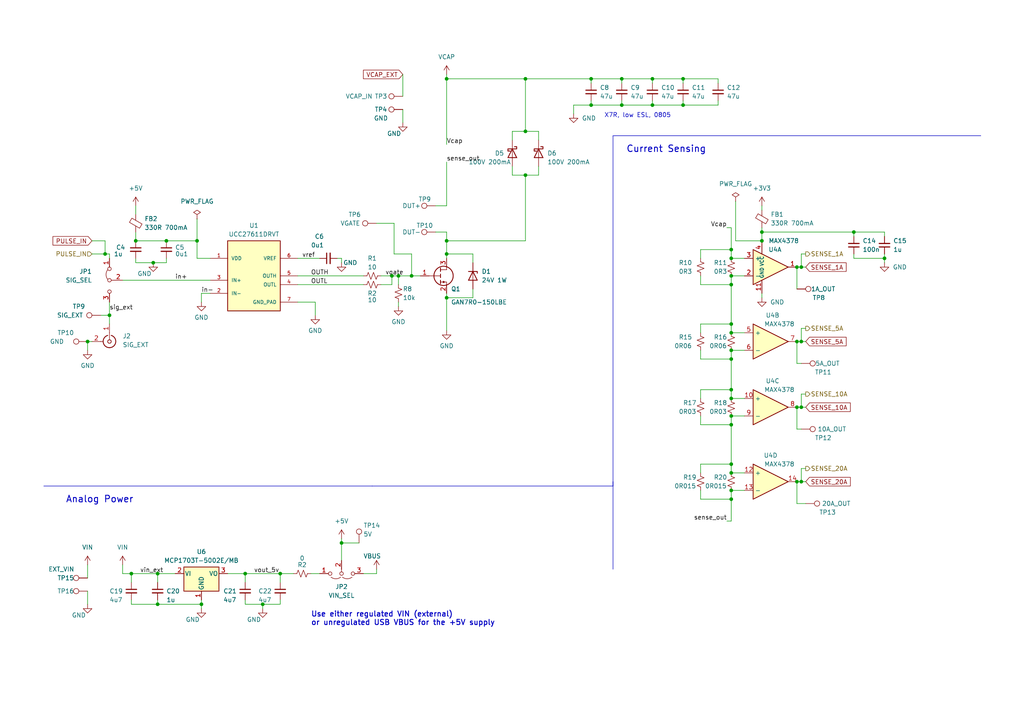
<source format=kicad_sch>
(kicad_sch (version 20230121) (generator eeschema)
  (paper "A4")
  (lib_symbols
    (symbol "Connector:Conn_Coaxial" (pin_names (offset 1.016) hide)
      (property "Reference" "J" (at 0.254 3.048 0))
      (property "Value" "Conn_Coaxial" (at 2.921 0 90))
      (symbol "Conn_Coaxial_0_1"
        (arc (start -1.778 -0.508) (mid 0.2311 -1.8066) (end 1.778 0) (stroke (width 0.254)))
        (polyline (pts (xy -2.54 0) (xy -0.508 0)))
        (polyline (pts (xy 0 -2.54) (xy 0 -1.778)))
        (circle (center 0 0) (radius 0.508) (stroke (width 0.2032)))
        (arc (start 1.778 0) (mid 0.2099 1.8101) (end -1.778 0.508) (stroke (width 0.254)))
      )
      (symbol "Conn_Coaxial_1_1"
        (pin passive line (at -5.08 0 0) (length 2.54) (name "In") (number "1"))
        (pin passive line (at 0 -5.08 90) (length 2.54) (name "Ext") (number "2"))
      )
    )
    (symbol "Connector:TestPoint" (pin_numbers hide) (pin_names (offset 0.762) hide)
      (property "Reference" "TP" (at 0 6.858 0))
      (property "Value" "TestPoint" (at 0 5.08 0))
      (symbol "TestPoint_0_1"
        (circle (center 0 3.302) (radius 0.762))
      )
      (symbol "TestPoint_1_1"
        (pin passive line (at 0 0 90) (length 2.54) (name "1") (number "1"))
      )
    )
    (symbol "DW_custom_symbols:GAN7R0-150LBE" (pin_names hide)
      (property "Reference" "Q" (at 5.08 1.905 0))
      (property "Value" "GAN7R0-150LBE" (at 5.08 0 0))
      (symbol "GAN7R0-150LBE_0_1"
        (polyline (pts (xy 0.635 0) (xy -2.54 0)))
        (polyline (pts (xy 0.762 -1.27) (xy 0.762 -2.286)) (stroke (width 0.254)))
        (polyline (pts (xy 0.762 0.508) (xy 0.762 -0.508)) (stroke (width 0.254)))
        (polyline (pts (xy 0.762 2.286) (xy 0.762 1.27)) (stroke (width 0.254)))
        (polyline (pts (xy 2.54 1.778) (xy 0.762 1.778)))
        (polyline (pts (xy 2.54 2.54) (xy 2.54 1.778)))
        (polyline (pts (xy 0.762 -1.778) (xy 2.54 -1.778) (xy 2.54 -5.08)))
        (circle (center 1.651 0) (radius 2.794) (stroke (width 0.254)))
      )
      (symbol "GAN7R0-150LBE_1_1"
        (polyline (pts (xy 1.524 -1.524) (xy 2.032 -1.778) (xy 1.524 -2.032) (xy 1.524 -1.524)) (fill (type outline)))
        (pin input line (at -5.08 0 0) (length 2.54) (name "G") (number "1"))
        (pin passive line (at 2.54 -5.08 90) (length 2.54) (name "S") (number "2"))
        (pin passive line (at 2.54 5.08 270) (length 2.54) (name "D") (number "3"))
      )
    )
    (symbol "DW_custom_symbols:MAX4378"
      (property "Reference" "U" (at -10.16 1.27 0))
      (symbol "MAX4378_0_1"
        (polyline (pts (xy 6.35 -1.27) (xy -3.81 3.81) (xy -3.81 -6.35) (xy 6.35 -1.27)) (stroke (width 0.254)) (fill (type background)))
      )
      (symbol "MAX4378_1_1"
        (pin output line (at 8.89 -1.27 180) (length 2.54) (name "~") (number "1"))
        (pin power_in line (at -1.27 -8.89 90) (length 3.81) (name "GND") (number "11"))
        (pin input line (at -6.35 -3.81 0) (length 2.54) (name "-") (number "2"))
        (pin input line (at -6.35 1.27 0) (length 2.54) (name "+") (number "3"))
        (pin power_in line (at -1.27 6.35 270) (length 3.81) (name "VCC") (number "4"))
      )
      (symbol "MAX4378_2_1"
        (pin input line (at -6.35 1.27 0) (length 2.54) (name "+") (number "5"))
        (pin input line (at -6.35 -3.81 0) (length 2.54) (name "-") (number "6"))
        (pin output line (at 8.89 -1.27 180) (length 2.54) (name "") (number "7"))
      )
      (symbol "MAX4378_3_1"
        (pin input line (at -6.35 1.27 0) (length 2.54) (name "+") (number "10"))
        (pin output line (at 8.89 -1.27 180) (length 2.54) (name "") (number "8"))
        (pin input line (at -6.35 -3.81 0) (length 2.54) (name "-") (number "9"))
      )
      (symbol "MAX4378_4_1"
        (pin input line (at -6.35 1.27 0) (length 2.54) (name "+") (number "12"))
        (pin input line (at -6.35 -3.81 0) (length 2.54) (name "-") (number "13"))
        (pin output line (at 8.89 -1.27 180) (length 2.54) (name "") (number "14"))
      )
    )
    (symbol "DW_custom_symbols:UCC27611DRVT" (pin_names (offset 1.016))
      (property "Reference" "U" (at -12.7 11.16 0))
      (property "Value" "UCC27611DRVT" (at -12.7 -14.16 0))
      (symbol "UCC27611DRVT_0_0"
        (rectangle (start -7.62 10.16) (end 7.62 -10.16) (stroke (width 0.254)) (fill (type background)))
        (pin power_in line (at -12.7 5.08 0) (length 5.08) (name "VDD") (number "1"))
        (pin input line (at -12.7 -5.08 0) (length 5.08) (name "IN-") (number "2"))
        (pin input line (at -12.7 -1.27 0) (length 5.08) (name "IN+") (number "3"))
        (pin output line (at 12.7 -2.54 180) (length 5.08) (name "OUTL") (number "4"))
        (pin output line (at 12.7 0 180) (length 5.08) (name "OUTH") (number "5"))
        (pin output line (at 12.7 5.08 180) (length 5.08) (name "VREF") (number "6"))
        (pin power_in line (at 12.7 -7.62 180) (length 5.08) (name "GND_PAD") (number "7"))
      )
    )
    (symbol "DW_custom_symbols:VIN" (power) (pin_names (offset 0))
      (property "Value" "VIN" (at 0 6.35 0))
      (symbol "VIN_0_1"
        (polyline (pts (xy -0.762 1.27) (xy 0 2.54)))
        (polyline (pts (xy 0 0) (xy 0 2.54)))
        (polyline (pts (xy 0 2.54) (xy 0.762 1.27)))
      )
      (symbol "VIN_1_1"
        (pin power_in line (at 0 0 90) (length 0) hide (name "VIN") (number "1"))
      )
    )
    (symbol "Device:C_Small" (pin_numbers hide) (pin_names (offset 0.254) hide)
      (property "Reference" "C" (at 0.254 1.778 0))
      (property "Value" "C_Small" (at 0.254 -2.032 0))
      (symbol "C_Small_0_1"
        (polyline (pts (xy -1.524 -0.508) (xy 1.524 -0.508)) (stroke (width 0.3302)))
        (polyline (pts (xy -1.524 0.508) (xy 1.524 0.508)) (stroke (width 0.3048)))
      )
      (symbol "C_Small_1_1"
        (pin passive line (at 0 2.54 270) (length 2.032) (name "~") (number "1"))
        (pin passive line (at 0 -2.54 90) (length 2.032) (name "~") (number "2"))
      )
    )
    (symbol "Device:D_Schottky" (pin_numbers hide) (pin_names (offset 1.016) hide)
      (property "Reference" "D" (at 0 2.54 0))
      (property "Value" "D_Schottky" (at 0 -2.54 0))
      (symbol "D_Schottky_0_1"
        (polyline (pts (xy 1.27 0) (xy -1.27 0)))
        (polyline (pts (xy 1.27 1.27) (xy 1.27 -1.27) (xy -1.27 0) (xy 1.27 1.27)) (stroke (width 0.254)))
        (polyline (pts (xy -1.905 0.635) (xy -1.905 1.27) (xy -1.27 1.27) (xy -1.27 -1.27) (xy -0.635 -1.27) (xy -0.635 -0.635)) (stroke (width 0.254)))
      )
      (symbol "D_Schottky_1_1"
        (pin passive line (at -3.81 0 0) (length 2.54) (name "K") (number "1"))
        (pin passive line (at 3.81 0 180) (length 2.54) (name "A") (number "2"))
      )
    )
    (symbol "Device:D_Zener" (pin_numbers hide) (pin_names (offset 1.016) hide)
      (property "Reference" "D" (at 0 2.54 0))
      (property "Value" "D_Zener" (at 0 -2.54 0))
      (symbol "D_Zener_0_1"
        (polyline (pts (xy 1.27 0) (xy -1.27 0)))
        (polyline (pts (xy -1.27 -1.27) (xy -1.27 1.27) (xy -0.762 1.27)) (stroke (width 0.254)))
        (polyline (pts (xy 1.27 -1.27) (xy 1.27 1.27) (xy -1.27 0) (xy 1.27 -1.27)) (stroke (width 0.254)))
      )
      (symbol "D_Zener_1_1"
        (pin passive line (at -3.81 0 0) (length 2.54) (name "K") (number "1"))
        (pin passive line (at 3.81 0 180) (length 2.54) (name "A") (number "2"))
      )
    )
    (symbol "Device:FerriteBead_Small" (pin_numbers hide) (pin_names (offset 0))
      (property "Reference" "FB" (at 1.905 1.27 0))
      (property "Value" "FerriteBead_Small" (at 1.905 -1.27 0))
      (symbol "FerriteBead_Small_0_1"
        (polyline (pts (xy 0 -1.27) (xy 0 -0.7874)))
        (polyline (pts (xy 0 0.889) (xy 0 1.2954)))
        (polyline (pts (xy -1.8288 0.2794) (xy -1.1176 1.4986) (xy 1.8288 -0.2032) (xy 1.1176 -1.4224) (xy -1.8288 0.2794)))
      )
      (symbol "FerriteBead_Small_1_1"
        (pin passive line (at 0 2.54 270) (length 1.27) (name "~") (number "1"))
        (pin passive line (at 0 -2.54 90) (length 1.27) (name "~") (number "2"))
      )
    )
    (symbol "Device:R_Small_US" (pin_numbers hide) (pin_names (offset 0.254) hide)
      (property "Reference" "R" (at 0.762 0.508 0))
      (property "Value" "R_Small_US" (at 0.762 -1.016 0))
      (symbol "R_Small_US_1_1"
        (polyline (pts (xy 0 0) (xy 1.016 -0.381) (xy 0 -0.762) (xy -1.016 -1.143) (xy 0 -1.524)))
        (polyline (pts (xy 0 1.524) (xy 1.016 1.143) (xy 0 0.762) (xy -1.016 0.381) (xy 0 0)))
        (pin passive line (at 0 2.54 270) (length 1.016) (name "~") (number "1"))
        (pin passive line (at 0 -2.54 90) (length 1.016) (name "~") (number "2"))
      )
    )
    (symbol "Jumper:Jumper_3_Bridged12" (pin_names (offset 0) hide)
      (property "Reference" "JP" (at -2.54 -2.54 0))
      (property "Value" "Jumper_3_Bridged12" (at 0 2.794 0))
      (symbol "Jumper_3_Bridged12_0_0"
        (circle (center -3.302 0) (radius 0.508))
        (circle (center 0 0) (radius 0.508))
        (circle (center 3.302 0) (radius 0.508))
      )
      (symbol "Jumper_3_Bridged12_0_1"
        (arc (start -0.254 0.508) (mid -1.651 0.9912) (end -3.048 0.508))
        (polyline (pts (xy 0 -1.27) (xy 0 -0.508)))
      )
      (symbol "Jumper_3_Bridged12_1_1"
        (pin passive line (at -6.35 0 0) (length 2.54) (name "A") (number "1"))
        (pin passive line (at 0 -3.81 90) (length 2.54) (name "C") (number "2"))
        (pin passive line (at 6.35 0 180) (length 2.54) (name "B") (number "3"))
      )
    )
    (symbol "Jumper:Jumper_3_Open" (pin_names (offset 0) hide)
      (property "Reference" "JP" (at -2.54 -2.54 0))
      (property "Value" "Jumper_3_Open" (at 0 2.794 0))
      (symbol "Jumper_3_Open_0_0"
        (circle (center -3.302 0) (radius 0.508))
        (circle (center 0 0) (radius 0.508))
        (circle (center 3.302 0) (radius 0.508))
      )
      (symbol "Jumper_3_Open_0_1"
        (arc (start -0.254 1.016) (mid -1.651 1.4992) (end -3.048 1.016))
        (polyline (pts (xy 0 -0.508) (xy 0 -1.27)))
        (arc (start 3.048 1.016) (mid 1.651 1.4992) (end 0.254 1.016))
      )
      (symbol "Jumper_3_Open_1_1"
        (pin passive line (at -6.35 0 0) (length 2.54) (name "A") (number "1"))
        (pin passive line (at 0 -3.81 90) (length 2.54) (name "C") (number "2"))
        (pin passive line (at 6.35 0 180) (length 2.54) (name "B") (number "3"))
      )
    )
    (symbol "Regulator_Linear:MCP1703Ax-500xxMB" (pin_names (offset 0.254))
      (property "Reference" "U" (at -3.81 3.175 0))
      (property "Value" "MCP1703Ax-500xxMB" (at 0 3.175 0))
      (symbol "MCP1703Ax-500xxMB_0_1"
        (rectangle (start -5.08 -5.08) (end 5.08 1.905) (stroke (width 0.254)) (fill (type background)))
      )
      (symbol "MCP1703Ax-500xxMB_1_1"
        (pin power_in line (at 0 -7.62 90) (length 2.54) (name "GND") (number "1"))
        (pin power_in line (at -7.62 0 0) (length 2.54) (name "VI") (number "2"))
        (pin power_out line (at 7.62 0 180) (length 2.54) (name "VO") (number "3"))
      )
    )
    (symbol "VBUS_1" (power) (pin_names (offset 0))
      (property "Value" "VBUS_1" (at 0 5.08 0))
      (symbol "VBUS_1_0_1"
        (polyline (pts (xy -0.762 1.27) (xy 0 2.54)))
        (polyline (pts (xy 0 0) (xy 0 2.54)))
        (polyline (pts (xy 0 2.54) (xy 0.762 1.27)))
      )
      (symbol "VBUS_1_1_1"
        (pin power_in line (at 0 0 90) (length 0) hide (name "VCAP") (number "1"))
      )
    )
    (symbol "power:+3V3" (power) (pin_names (offset 0))
      (property "Value" "+3V3" (at 0 3.556 0))
      (symbol "+3V3_0_1"
        (polyline (pts (xy -0.762 1.27) (xy 0 2.54)))
        (polyline (pts (xy 0 0) (xy 0 2.54)))
        (polyline (pts (xy 0 2.54) (xy 0.762 1.27)))
      )
      (symbol "+3V3_1_1"
        (pin power_in line (at 0 0 90) (length 0) hide (name "+3V3") (number "1"))
      )
    )
    (symbol "power:+5V" (power) (pin_names (offset 0))
      (property "Value" "+5V" (at 0 3.556 0))
      (symbol "+5V_0_1"
        (polyline (pts (xy -0.762 1.27) (xy 0 2.54)))
        (polyline (pts (xy 0 0) (xy 0 2.54)))
        (polyline (pts (xy 0 2.54) (xy 0.762 1.27)))
      )
      (symbol "+5V_1_1"
        (pin power_in line (at 0 0 90) (length 0) hide (name "+5V") (number "1"))
      )
    )
    (symbol "power:GND" (power) (pin_names (offset 0))
      (property "Value" "GND" (at 0 -3.81 0))
      (symbol "GND_0_1"
        (polyline (pts (xy 0 0) (xy 0 -1.27) (xy 1.27 -1.27) (xy 0 -2.54) (xy -1.27 -1.27) (xy 0 -1.27)))
      )
      (symbol "GND_1_1"
        (pin power_in line (at 0 0 270) (length 0) hide (name "GND") (number "1"))
      )
    )
    (symbol "power:PWR_FLAG" (power) (pin_numbers hide) (pin_names (offset 0) hide)
      (property "Value" "PWR_FLAG" (at 0 3.81 0))
      (symbol "PWR_FLAG_0_0"
        (pin power_out line (at 0 0 90) (length 0) (name "pwr") (number "1"))
      )
      (symbol "PWR_FLAG_0_1"
        (polyline (pts (xy 0 0) (xy 0 1.27) (xy -1.016 1.905) (xy 0 2.54) (xy 1.016 1.905) (xy 0 1.27)))
      )
    )
    (symbol "power:VBUS" (power) (pin_names (offset 0))
      (property "Value" "VBUS" (at 0 3.81 0))
      (symbol "VBUS_0_1"
        (polyline (pts (xy -0.762 1.27) (xy 0 2.54)))
        (polyline (pts (xy 0 0) (xy 0 2.54)))
        (polyline (pts (xy 0 2.54) (xy 0.762 1.27)))
      )
      (symbol "VBUS_1_1"
        (pin power_in line (at 0 0 90) (length 0) hide (name "VBUS") (number "1"))
      )
    )
  )
  (junction (at 256.54 74.93))
  (junction (at 81.28 166.37))
  (junction (at 45.72 166.37))
  (junction (at 180.34 30.48))
  (junction (at 129.54 69.85))
  (junction (at 231.14 99.06))
  (junction (at 152.4 22.86))
  (junction (at 38.1 166.37))
  (junction (at 212.09 144.78))
  (junction (at 212.09 104.14))
  (junction (at 212.09 80.01))
  (junction (at 99.06 157.48))
  (junction (at 129.54 22.86))
  (junction (at 39.37 69.85))
  (junction (at 25.4 99.06))
  (junction (at 232.41 139.7))
  (junction (at 212.09 96.52))
  (junction (at 212.09 113.03))
  (junction (at 57.15 69.85))
  (junction (at 129.54 73.66))
  (junction (at 212.09 142.24))
  (junction (at 180.34 22.86))
  (junction (at 212.09 101.6))
  (junction (at 30.48 73.66))
  (junction (at 212.09 134.62))
  (junction (at 247.65 67.31))
  (junction (at 129.54 86.36))
  (junction (at 198.12 30.48))
  (junction (at 212.09 93.98))
  (junction (at 152.4 50.8))
  (junction (at 113.665 80.01))
  (junction (at 189.23 22.86))
  (junction (at 115.57 80.01))
  (junction (at 189.23 30.48))
  (junction (at 48.26 69.85))
  (junction (at 212.09 72.39))
  (junction (at 212.09 120.65))
  (junction (at 212.09 137.16))
  (junction (at 212.09 123.19))
  (junction (at 119.38 80.01))
  (junction (at 220.98 69.85))
  (junction (at 231.14 118.11))
  (junction (at 232.41 77.47))
  (junction (at 58.42 175.26))
  (junction (at 71.12 166.37))
  (junction (at 198.12 22.86))
  (junction (at 152.4 38.1))
  (junction (at 232.41 118.11))
  (junction (at 45.72 175.26))
  (junction (at 171.45 30.48))
  (junction (at 212.09 74.93))
  (junction (at 232.41 99.06))
  (junction (at 44.45 76.2))
  (junction (at 171.45 22.86))
  (junction (at 212.09 115.57))
  (junction (at 231.14 77.47))
  (junction (at 212.09 82.55))
  (junction (at 31.75 91.44))
  (junction (at 231.14 139.7))
  (junction (at 76.2 175.26))
  (junction (at 220.98 67.31))
  (wire (pts (xy 152.4 69.85) (xy 129.54 69.85)))
  (wire (pts (xy 212.09 66.04) (xy 212.09 72.39)))
  (wire (pts (xy 233.68 99.06) (xy 232.41 99.06)))
  (wire (pts (xy 189.23 30.48) (xy 180.34 30.48)))
  (wire (pts (xy 212.09 120.65) (xy 212.09 123.19)))
  (wire (pts (xy 152.4 22.86) (xy 171.45 22.86)))
  (wire (pts (xy 110.49 82.55) (xy 113.665 82.55)))
  (wire (pts (xy 39.37 59.69) (xy 39.37 62.23)))
  (wire (pts (xy 148.59 50.8) (xy 152.4 50.8)))
  (wire (pts (xy 166.37 30.48) (xy 166.37 33.02)))
  (wire (pts (xy 180.34 22.86) (xy 180.34 24.13)))
  (wire (pts (xy 220.98 85.09) (xy 220.98 86.36)))
  (wire (pts (xy 148.59 38.1) (xy 152.4 38.1)))
  (wire (pts (xy 109.22 64.77) (xy 114.3 64.77)))
  (polyline (pts (xy 284.48 39.37) (xy 177.8 39.37)))
  (wire (pts (xy 203.2 123.19) (xy 212.09 123.19)))
  (wire (pts (xy 231.14 77.47) (xy 231.14 83.82)))
  (wire (pts (xy 220.98 67.31) (xy 220.98 69.85)))
  (wire (pts (xy 38.1 166.37) (xy 38.1 168.91)))
  (wire (pts (xy 114.3 64.77) (xy 114.3 73.66)))
  (wire (pts (xy 148.59 48.26) (xy 148.59 50.8)))
  (wire (pts (xy 180.34 29.21) (xy 180.34 30.48)))
  (wire (pts (xy 115.57 88.9) (xy 115.57 87.63)))
  (wire (pts (xy 212.09 123.19) (xy 212.09 134.62)))
  (wire (pts (xy 76.2 175.26) (xy 81.28 175.26)))
  (wire (pts (xy 26.67 73.66) (xy 30.48 73.66)))
  (wire (pts (xy 203.2 72.39) (xy 212.09 72.39)))
  (wire (pts (xy 232.41 135.89) (xy 232.41 139.7)))
  (wire (pts (xy 203.2 113.03) (xy 212.09 113.03)))
  (wire (pts (xy 58.42 173.99) (xy 58.42 175.26)))
  (wire (pts (xy 232.41 99.06) (xy 231.14 99.06)))
  (wire (pts (xy 99.06 156.21) (xy 99.06 157.48)))
  (wire (pts (xy 198.12 29.21) (xy 198.12 30.48)))
  (wire (pts (xy 44.45 76.2) (xy 48.26 76.2)))
  (wire (pts (xy 232.41 95.25) (xy 232.41 99.06)))
  (wire (pts (xy 171.45 22.86) (xy 171.45 24.13)))
  (wire (pts (xy 203.2 115.57) (xy 203.2 113.03)))
  (wire (pts (xy 171.45 30.48) (xy 166.37 30.48)))
  (wire (pts (xy 212.09 104.14) (xy 212.09 113.03)))
  (wire (pts (xy 212.09 93.98) (xy 212.09 96.52)))
  (wire (pts (xy 203.2 101.6) (xy 203.2 104.14)))
  (wire (pts (xy 152.4 50.8) (xy 152.4 69.85)))
  (wire (pts (xy 212.09 82.55) (xy 212.09 93.98)))
  (wire (pts (xy 129.54 46.99) (xy 129.54 59.69)))
  (wire (pts (xy 212.09 72.39) (xy 212.09 74.93)))
  (wire (pts (xy 119.38 73.66) (xy 119.38 80.01)))
  (wire (pts (xy 189.23 22.86) (xy 198.12 22.86)))
  (wire (pts (xy 210.82 66.04) (xy 212.09 66.04)))
  (wire (pts (xy 212.09 137.16) (xy 215.9 137.16)))
  (wire (pts (xy 81.28 173.99) (xy 81.28 175.26)))
  (wire (pts (xy 81.28 166.37) (xy 81.28 168.91)))
  (wire (pts (xy 137.16 83.82) (xy 137.16 86.36)))
  (wire (pts (xy 212.09 80.01) (xy 212.09 82.55)))
  (wire (pts (xy 208.28 22.86) (xy 198.12 22.86)))
  (wire (pts (xy 233.68 118.11) (xy 232.41 118.11)))
  (wire (pts (xy 232.41 73.66) (xy 232.41 77.47)))
  (wire (pts (xy 156.21 38.1) (xy 156.21 40.64)))
  (wire (pts (xy 129.54 73.66) (xy 137.16 73.66)))
  (wire (pts (xy 66.04 166.37) (xy 71.12 166.37)))
  (wire (pts (xy 232.41 77.47) (xy 231.14 77.47)))
  (wire (pts (xy 35.56 166.37) (xy 38.1 166.37)))
  (wire (pts (xy 203.2 120.65) (xy 203.2 123.19)))
  (wire (pts (xy 113.665 82.55) (xy 113.665 80.01)))
  (wire (pts (xy 25.4 99.06) (xy 26.67 99.06)))
  (wire (pts (xy 232.41 105.41) (xy 231.14 105.41)))
  (wire (pts (xy 115.57 80.01) (xy 115.57 82.55)))
  (wire (pts (xy 189.23 29.21) (xy 189.23 30.48)))
  (wire (pts (xy 57.15 74.93) (xy 57.15 69.85)))
  (wire (pts (xy 30.48 73.66) (xy 31.75 73.66)))
  (wire (pts (xy 39.37 76.2) (xy 44.45 76.2)))
  (wire (pts (xy 25.4 101.6) (xy 25.4 99.06)))
  (wire (pts (xy 233.68 73.66) (xy 232.41 73.66)))
  (wire (pts (xy 198.12 22.86) (xy 198.12 24.13)))
  (wire (pts (xy 233.68 95.25) (xy 232.41 95.25)))
  (wire (pts (xy 126.365 67.31) (xy 129.54 67.31)))
  (wire (pts (xy 58.42 87.63) (xy 58.42 85.09)))
  (polyline (pts (xy 177.8 140.97) (xy 177.8 139.7)))
  (wire (pts (xy 152.4 22.86) (xy 152.4 38.1)))
  (wire (pts (xy 71.12 175.26) (xy 76.2 175.26)))
  (wire (pts (xy 25.4 171.45) (xy 25.4 175.26)))
  (wire (pts (xy 233.68 139.7) (xy 232.41 139.7)))
  (wire (pts (xy 114.3 73.66) (xy 119.38 73.66)))
  (wire (pts (xy 71.12 173.99) (xy 71.12 175.26)))
  (wire (pts (xy 109.22 165.1) (xy 109.22 166.37)))
  (wire (pts (xy 25.4 163.83) (xy 25.4 167.64)))
  (wire (pts (xy 90.17 166.37) (xy 92.71 166.37)))
  (wire (pts (xy 212.09 80.01) (xy 215.9 80.01)))
  (wire (pts (xy 203.2 144.78) (xy 212.09 144.78)))
  (wire (pts (xy 58.42 85.09) (xy 60.96 85.09)))
  (wire (pts (xy 129.54 22.86) (xy 129.54 41.91)))
  (wire (pts (xy 232.41 124.46) (xy 231.14 124.46)))
  (wire (pts (xy 26.67 69.85) (xy 30.48 69.85)))
  (wire (pts (xy 91.44 87.63) (xy 91.44 91.44)))
  (wire (pts (xy 212.09 134.62) (xy 212.09 137.16)))
  (wire (pts (xy 45.72 166.37) (xy 45.72 168.91)))
  (wire (pts (xy 208.28 29.21) (xy 208.28 30.48)))
  (wire (pts (xy 212.09 151.13) (xy 212.09 144.78)))
  (wire (pts (xy 104.14 157.48) (xy 99.06 157.48)))
  (wire (pts (xy 212.09 74.93) (xy 215.9 74.93)))
  (wire (pts (xy 203.2 74.93) (xy 203.2 72.39)))
  (wire (pts (xy 213.36 58.42) (xy 213.36 69.85)))
  (wire (pts (xy 57.15 63.5) (xy 57.15 69.85)))
  (wire (pts (xy 231.14 105.41) (xy 231.14 99.06)))
  (wire (pts (xy 109.22 166.37) (xy 105.41 166.37)))
  (wire (pts (xy 220.98 66.04) (xy 220.98 67.31)))
  (wire (pts (xy 203.2 93.98) (xy 212.09 93.98)))
  (wire (pts (xy 256.54 74.93) (xy 256.54 76.2)))
  (wire (pts (xy 48.26 69.85) (xy 57.15 69.85)))
  (wire (pts (xy 171.45 29.21) (xy 171.45 30.48)))
  (wire (pts (xy 71.12 166.37) (xy 71.12 168.91)))
  (wire (pts (xy 203.2 82.55) (xy 212.09 82.55)))
  (wire (pts (xy 38.1 166.37) (xy 45.72 166.37)))
  (wire (pts (xy 113.665 80.01) (xy 115.57 80.01)))
  (wire (pts (xy 212.09 96.52) (xy 215.9 96.52)))
  (wire (pts (xy 212.09 120.65) (xy 215.9 120.65)))
  (wire (pts (xy 220.98 59.69) (xy 220.98 60.96)))
  (wire (pts (xy 29.21 91.44) (xy 31.75 91.44)))
  (wire (pts (xy 233.68 146.05) (xy 231.14 146.05)))
  (wire (pts (xy 231.14 139.7) (xy 231.14 146.05)))
  (wire (pts (xy 71.12 166.37) (xy 81.28 166.37)))
  (wire (pts (xy 180.34 22.86) (xy 189.23 22.86)))
  (wire (pts (xy 31.75 91.44) (xy 31.75 93.98)))
  (wire (pts (xy 129.54 86.36) (xy 137.16 86.36)))
  (wire (pts (xy 212.09 101.6) (xy 215.9 101.6)))
  (wire (pts (xy 129.54 69.85) (xy 129.54 73.66)))
  (wire (pts (xy 233.68 77.47) (xy 232.41 77.47)))
  (wire (pts (xy 137.16 73.66) (xy 137.16 76.2)))
  (wire (pts (xy 247.65 73.66) (xy 247.65 74.93)))
  (wire (pts (xy 212.09 115.57) (xy 215.9 115.57)))
  (wire (pts (xy 212.09 113.03) (xy 212.09 115.57)))
  (wire (pts (xy 31.75 91.44) (xy 31.75 87.63)))
  (wire (pts (xy 39.37 67.31) (xy 39.37 69.85)))
  (wire (pts (xy 45.72 173.99) (xy 45.72 175.26)))
  (wire (pts (xy 232.41 118.11) (xy 231.14 118.11)))
  (wire (pts (xy 31.75 73.66) (xy 31.75 74.93)))
  (wire (pts (xy 129.54 73.66) (xy 129.54 74.93)))
  (wire (pts (xy 180.34 30.48) (xy 171.45 30.48)))
  (wire (pts (xy 30.48 69.85) (xy 30.48 73.66)))
  (wire (pts (xy 247.65 67.31) (xy 247.65 68.58)))
  (wire (pts (xy 210.82 151.13) (xy 212.09 151.13)))
  (wire (pts (xy 119.38 80.01) (xy 121.92 80.01)))
  (polyline (pts (xy 12.7 140.97) (xy 107.95 140.97)))
  (wire (pts (xy 129.54 86.36) (xy 129.54 95.885)))
  (wire (pts (xy 203.2 96.52) (xy 203.2 93.98)))
  (wire (pts (xy 256.54 73.66) (xy 256.54 74.93)))
  (wire (pts (xy 129.54 85.09) (xy 129.54 86.36)))
  (wire (pts (xy 35.56 81.28) (xy 60.96 81.28)))
  (wire (pts (xy 152.4 38.1) (xy 156.21 38.1)))
  (wire (pts (xy 189.23 22.86) (xy 189.23 24.13)))
  (wire (pts (xy 48.26 76.2) (xy 48.26 74.93)))
  (wire (pts (xy 76.2 175.26) (xy 76.2 176.53)))
  (wire (pts (xy 233.68 114.3) (xy 232.41 114.3)))
  (wire (pts (xy 45.72 166.37) (xy 50.8 166.37)))
  (wire (pts (xy 116.84 31.75) (xy 116.84 35.56)))
  (wire (pts (xy 126.365 59.69) (xy 129.54 59.69)))
  (wire (pts (xy 86.36 82.55) (xy 105.41 82.55)))
  (wire (pts (xy 129.54 67.31) (xy 129.54 69.85)))
  (wire (pts (xy 39.37 69.85) (xy 48.26 69.85)))
  (wire (pts (xy 256.54 68.58) (xy 256.54 67.31)))
  (polyline (pts (xy 177.8 39.37) (xy 177.8 165.1)))
  (wire (pts (xy 232.41 114.3) (xy 232.41 118.11)))
  (wire (pts (xy 156.21 48.26) (xy 156.21 50.8)))
  (wire (pts (xy 115.57 80.01) (xy 119.38 80.01)))
  (wire (pts (xy 203.2 104.14) (xy 212.09 104.14)))
  (wire (pts (xy 99.06 157.48) (xy 99.06 162.56)))
  (wire (pts (xy 203.2 142.24) (xy 203.2 144.78)))
  (wire (pts (xy 39.37 74.93) (xy 39.37 76.2)))
  (wire (pts (xy 256.54 67.31) (xy 247.65 67.31)))
  (wire (pts (xy 208.28 24.13) (xy 208.28 22.86)))
  (wire (pts (xy 203.2 134.62) (xy 212.09 134.62)))
  (wire (pts (xy 99.06 74.93) (xy 99.06 76.2)))
  (wire (pts (xy 152.4 50.8) (xy 156.21 50.8)))
  (wire (pts (xy 35.56 163.83) (xy 35.56 166.37)))
  (wire (pts (xy 171.45 22.86) (xy 180.34 22.86)))
  (wire (pts (xy 58.42 175.26) (xy 58.42 176.53)))
  (wire (pts (xy 247.65 74.93) (xy 256.54 74.93)))
  (wire (pts (xy 86.36 87.63) (xy 91.44 87.63)))
  (wire (pts (xy 81.28 166.37) (xy 85.09 166.37)))
  (wire (pts (xy 212.09 142.24) (xy 215.9 142.24)))
  (wire (pts (xy 86.36 74.93) (xy 92.71 74.93)))
  (wire (pts (xy 129.54 21.59) (xy 129.54 22.86)))
  (wire (pts (xy 86.36 80.01) (xy 105.41 80.01)))
  (wire (pts (xy 38.1 175.26) (xy 45.72 175.26)))
  (wire (pts (xy 116.84 21.59) (xy 116.84 27.94)))
  (wire (pts (xy 60.96 74.93) (xy 57.15 74.93)))
  (wire (pts (xy 231.14 124.46) (xy 231.14 118.11)))
  (wire (pts (xy 213.36 69.85) (xy 220.98 69.85)))
  (wire (pts (xy 220.98 67.31) (xy 247.65 67.31)))
  (wire (pts (xy 233.68 135.89) (xy 232.41 135.89)))
  (wire (pts (xy 212.09 101.6) (xy 212.09 104.14)))
  (wire (pts (xy 198.12 30.48) (xy 189.23 30.48)))
  (wire (pts (xy 208.28 30.48) (xy 198.12 30.48)))
  (wire (pts (xy 97.79 74.93) (xy 99.06 74.93)))
  (wire (pts (xy 203.2 137.16) (xy 203.2 134.62)))
  (wire (pts (xy 148.59 40.64) (xy 148.59 38.1)))
  (wire (pts (xy 212.09 144.78) (xy 212.09 142.24)))
  (wire (pts (xy 45.72 175.26) (xy 58.42 175.26)))
  (wire (pts (xy 38.1 173.99) (xy 38.1 175.26)))
  (wire (pts (xy 129.54 22.86) (xy 152.4 22.86)))
  (wire (pts (xy 110.49 80.01) (xy 113.665 80.01)))
  (polyline (pts (xy 107.95 140.97) (xy 177.8 140.97)))
  (wire (pts (xy 232.41 139.7) (xy 231.14 139.7)))
  (wire (pts (xy 203.2 80.01) (xy 203.2 82.55)))
  (text "Use either regulated VIN (external) \nor unregulated USB VBUS for the +5V supply" (at 90.17 181.61 0) (effects (font (size 1.524 1.524) (thickness 0.254) bold) (justify left bottom)))
  (text "Current Sensing" (at 181.61 44.45 0) (effects (font (size 1.905 1.905) (thickness 0.254) bold) (justify left bottom)))
  (text "X7R, low ESL, 0805" (at 175.26 34.29 0) (effects (font (size 1.27 1.27)) (justify left bottom)))
  (text "Analog Power" (at 19.05 146.05 0) (effects (font (size 1.905 1.905) (thickness 0.254) bold) (justify left bottom)))
  (label "vout_5v" (at 73.66 166.37 0))
  (label "OUTH" (at 90.17 80.01 0))
  (label "in+" (at 50.8 81.28 0))
  (label "vgate" (at 111.76 80.01 0))
  (label "OUTL" (at 90.17 82.55 0))
  (label "vref" (at 87.63 74.93 0))
  (label "Vcap" (at 210.82 66.04 180))
  (label "sig_ext" (at 31.75 90.17 0))
  (label "vin_ext" (at 40.64 166.37 0))
  (label "Vcap" (at 129.54 41.91 0))
  (label "sense_out" (at 210.82 151.13 180))
  (label "in-" (at 58.42 85.09 0))
  (label "sense_out" (at 129.54 46.99 0))
  (global_label "SENSE_20A" (shape input) (at 233.68 139.7 0) (property "Intersheetrefs" "${INTERSHEET_REFS}" (effects hide)))
  (global_label "PULSE_IN" (shape input) (at 26.67 69.85 180) (property "Intersheetrefs" "${INTERSHEET_REFS}" (effects hide)))
  (global_label "VCAP_EXT" (shape input) (at 116.84 21.59 180) (property "Intersheetrefs" "${INTERSHEET_REFS}" (effects hide)))
  (global_label "SENSE_1A" (shape input) (at 233.68 77.47 0) (property "Intersheetrefs" "${INTERSHEET_REFS}" (effects hide)))
  (global_label "SENSE_10A" (shape input) (at 233.68 118.11 0) (property "Intersheetrefs" "${INTERSHEET_REFS}" (effects hide)))
  (global_label "SENSE_5A" (shape input) (at 233.68 99.06 0) (property "Intersheetrefs" "${INTERSHEET_REFS}" (effects hide)))
  (hierarchical_label "SENSE_10A" (shape output) (at 233.68 114.3 0))
  (hierarchical_label "SENSE_1A" (shape output) (at 233.68 73.66 0))
  (hierarchical_label "PULSE_IN" (shape input) (at 26.67 73.66 180))
  (hierarchical_label "SENSE_20A" (shape output) (at 233.68 135.89 0))
  (hierarchical_label "SENSE_5A" (shape output) (at 233.68 95.25 0))
  (symbol (lib_id "Connector:TestPoint") (at 126.365 67.31 90) (unit 1)
    (property "Reference" "TP10" (at 123.19 65.405 90))
    (property "Value" "DUT-" (at 119.38 67.31 90))
    (property "Footprint" "DW_Library:Keystone-1502-2" (effects hide))
    (instances (project "kicad_pulse_supply-rev-C" (path "" (reference "TP10") (unit 1)) (path "" (reference "TP13") (unit 1)) (path "" (reference "TP7") (unit 1))))
  )
  (symbol (lib_id "Jumper:Jumper_3_Bridged12") (at 31.75 81.28 90) (mirror x) (unit 1)
    (property "Reference" "JP1" (at 26.67 78.74 90) (effects (justify left)))
    (property "Value" "SIG_SEL" (at 26.67 81.28 90) (effects (justify left)))
    (property "Footprint" "Connector_PinHeader_2.54mm:PinHeader_1x03_P2.54mm_Vertical" (effects hide))
  )
  (symbol (lib_id "Device:C_Small") (at 208.28 26.67 0) (unit 1)
    (property "Reference" "C12" (at 210.82 25.4063 0) (effects (justify left)))
    (property "Value" "47u" (at 210.82 27.9463 0) (effects (justify left)))
    (property "Footprint" "Capacitor_SMD:C_2220_5650Metric" (effects hide))
    (property "Part No." "C5750X7R1V476M230KC" (effects hide))
  )
  (symbol (lib_id "Device:R_Small_US") (at 107.95 82.55 90) (unit 1)
    (property "Reference" "R2" (at 107.95 85.09 90))
    (property "Value" "10" (at 107.95 86.995 90))
    (property "Footprint" "Resistor_SMD:R_0805_2012Metric_Pad1.20x1.40mm_HandSolder" (effects hide))
    (instances (project "kicad_pulse_supply-rev-C" (path "" (reference "R2") (unit 1)) (path "" (reference "R2") (unit 1)) (path "" (reference "R13") (unit 1))))
  )
  (symbol (lib_id "power:+5V") (at 99.06 156.21 0) (unit 1)
    (property "Reference" "#PWR037" (effects hide))
    (property "Value" "+5V" (at 99.06 151.13 0))
  )
  (symbol (lib_id "Device:C_Small") (at 81.28 171.45 0) (unit 1)
    (property "Reference" "C22" (at 74.93 171.45 0) (effects (justify left)))
    (property "Value" "4u7" (at 74.93 173.99 0) (effects (justify left)))
    (property "Footprint" "Capacitor_SMD:C_0805_2012Metric_Pad1.18x1.45mm_HandSolder" (effects hide))
  )
  (symbol (lib_id "Connector:TestPoint") (at 231.14 83.82 270) (unit 1)
    (property "Reference" "TP8" (at 237.49 86.36 90))
    (property "Value" "1A_OUT" (at 238.76 83.82 90))
    (property "Footprint" "DW_Library:Keystone-1502-2" (effects hide))
  )
  (symbol (lib_id "power:GND") (at 44.45 76.2 0) (unit 1)
    (property "Reference" "#PWR013" (effects hide))
    (property "Value" "GND" (at 41.91 79.375 0))
    (instances (project "kicad_pulse_supply-rev-C" (path "" (reference "#PWR013") (unit 1)) (path "" (reference "#PWR05") (unit 1)) (path "" (reference "#PWR028") (unit 1))))
  )
  (symbol (lib_id "DW_custom_symbols:VIN") (at 25.4 163.83 0) (unit 1)
    (property "Reference" "#PWR038" (effects hide))
    (property "Value" "VIN" (at 25.4 158.75 0))
  )
  (symbol (lib_id "DW_custom_symbols:MAX4378") (at 222.25 76.2 0) (unit 1)
    (property "Reference" "U4" (at 224.79 72.39 0))
    (property "Value" "MAX4378" (at 227.33 69.85 0))
    (property "Footprint" "Package_SO:TSSOP-14_4.4x5mm_P0.65mm" (effects hide))
  )
  (symbol (lib_id "Device:R_Small_US") (at 203.2 99.06 0) (unit 1)
    (property "Reference" "R15" (at 196.85 97.79 0) (effects (justify left)))
    (property "Value" "0R06" (at 195.58 100.33 0) (effects (justify left)))
    (property "Footprint" "Resistor_SMD:R_2010_5025Metric_Pad1.40x2.65mm_HandSolder" (effects hide))
  )
  (symbol (lib_id "Device:C_Small") (at 95.25 74.93 90) (unit 1)
    (property "Reference" "C6" (at 93.98 68.58 90) (effects (justify left)))
    (property "Value" "0u1" (at 93.98 71.12 90) (effects (justify left)))
    (property "Footprint" "Capacitor_SMD:C_0603_1608Metric_Pad1.08x0.95mm_HandSolder" (effects hide))
    (instances (project "kicad_pulse_supply-rev-C" (path "" (reference "C6") (unit 1)) (path "" (reference "C6") (unit 1)) (path "" (reference "C18") (unit 1))))
  )
  (symbol (lib_id "DW_custom_symbols:MAX4378") (at 222.25 138.43 0) (unit 4)
    (property "Reference" "U4" (at 223.52 132.08 0))
    (property "Value" "MAX4378" (at 226.06 134.62 0))
    (property "Footprint" "Package_SO:TSSOP-14_4.4x5mm_P0.65mm" (effects hide))
  )
  (symbol (lib_id "Connector:TestPoint") (at 25.4 171.45 90) (unit 1)
    (property "Reference" "TP16" (at 19.05 171.45 90))
    (property "Value" "GND" (effects hide))
    (property "Footprint" "DW_Library:Keystone-1502-2" (effects hide))
  )
  (symbol (lib_id "Connector:TestPoint") (at 232.41 105.41 270) (unit 1)
    (property "Reference" "TP11" (at 238.76 107.95 90))
    (property "Value" "5A_OUT" (at 240.03 105.41 90))
    (property "Footprint" "DW_Library:Keystone-1502-2" (effects hide))
  )
  (symbol (lib_id "power:VBUS") (at 109.22 165.1 0) (unit 1)
    (property "Reference" "#PWR09" (effects hide))
    (property "Value" "VBUS" (at 107.95 161.29 0))
    (instances (project "kicad_pulse_supply-rev-C" (path "" (reference "#PWR09") (unit 1)) (path "" (reference "#PWR040") (unit 1))))
  )
  (symbol (lib_id "power:GND") (at 76.2 176.53 0) (unit 1)
    (property "Reference" "#PWR013" (effects hide))
    (property "Value" "GND" (at 73.66 179.705 0))
    (instances (project "kicad_pulse_supply-rev-C" (path "" (reference "#PWR013") (unit 1)) (path "" (reference "#PWR05") (unit 1)) (path "" (reference "#PWR043") (unit 1))))
  )
  (symbol (lib_id "Device:R_Small_US") (at 115.57 85.09 0) (unit 1)
    (property "Reference" "R8" (at 116.84 83.82 0) (effects (justify left)))
    (property "Value" "10k" (at 116.84 86.36 0) (effects (justify left)))
    (property "Footprint" "Resistor_SMD:R_0603_1608Metric_Pad0.98x0.95mm_HandSolder" (effects hide))
    (instances (project "kicad_pulse_supply-rev-C" (path "" (reference "R8") (unit 1)) (path "" (reference "R4") (unit 1)) (path "" (reference "R14") (unit 1))))
  )
  (symbol (lib_id "Device:R_Small_US") (at 212.09 118.11 0) (unit 1)
    (property "Reference" "R18" (at 207.01 116.84 0) (effects (justify left)))
    (property "Value" "0R03" (at 205.74 119.38 0) (effects (justify left)))
    (property "Footprint" "Resistor_SMD:R_1206_3216Metric_Pad1.30x1.75mm_HandSolder" (effects hide))
  )
  (symbol (lib_id "Device:FerriteBead_Small") (at 220.98 63.5 0) (unit 1)
    (property "Reference" "FB1" (at 223.52 62.1919 0) (effects (justify left)))
    (property "Value" "330R 700mA" (at 223.52 64.7319 0) (effects (justify left)))
    (property "Footprint" "Capacitor_SMD:C_0402_1005Metric_Pad0.74x0.62mm_HandSolder" (effects hide))
  )
  (symbol (lib_id "Device:R_Small_US") (at 107.95 80.01 90) (unit 1)
    (property "Reference" "R1" (at 107.95 74.93 90))
    (property "Value" "10" (at 107.95 77.47 90))
    (property "Footprint" "Resistor_SMD:R_0805_2012Metric_Pad1.20x1.40mm_HandSolder" (effects hide))
    (instances (project "kicad_pulse_supply-rev-C" (path "" (reference "R1") (unit 1)) (path "" (reference "R1") (unit 1)) (path "" (reference "R12") (unit 1))))
  )
  (symbol (lib_id "power:GND") (at 116.84 35.56 0) (unit 1)
    (property "Reference" "#PWR013" (effects hide))
    (property "Value" "GND" (at 114.3 38.735 0))
    (instances (project "kicad_pulse_supply-rev-C" (path "" (reference "#PWR013") (unit 1)) (path "" (reference "#PWR05") (unit 1)) (path "" (reference "#PWR025") (unit 1))))
  )
  (symbol (lib_id "Device:D_Schottky") (at 148.59 44.45 270) (unit 1)
    (property "Reference" "D5" (at 143.51 44.45 90) (effects (justify left)))
    (property "Value" "100V 200mA" (at 135.89 46.99 90) (effects (justify left)))
    (property "Footprint" "Diode_SMD:D_SOD-323F" (effects hide))
  )
  (symbol (lib_id "Connector:TestPoint") (at 104.14 157.48 0) (unit 1)
    (property "Reference" "TP14" (at 105.41 152.4 0) (effects (justify left)))
    (property "Value" "5V" (at 105.41 154.94 0) (effects (justify left)))
    (property "Footprint" "DW_Library:Keystone-1502-2" (effects hide))
  )
  (symbol (lib_id "Connector:TestPoint") (at 25.4 99.06 90) (unit 1)
    (property "Reference" "TP10" (at 19.05 96.52 90))
    (property "Value" "GND" (at 16.51 99.06 90))
    (property "Footprint" "DW_Library:Keystone-1502-2" (effects hide))
  )
  (symbol (lib_id "DW_custom_symbols:UCC27611DRVT") (at 73.66 80.01 0) (unit 1)
    (property "Reference" "U1" (at 73.66 65.405 0))
    (property "Value" "UCC27611DRVT" (at 73.66 67.945 0))
    (property "Footprint" "DW_Library:UCC27611DRVT" (effects hide))
    (property "MF" "Texas Instruments" (effects hide))
    (property "MOUSER-PURCHASE-URL" "https://snapeda.com/shop?store=Mouser&id=525421" (effects hide))
    (property "DESCRIPTION" "4-A/6-A single-channel gate driver with 4-V UVLO and 5-V regulated output 6-WSON -40 to 140" (effects hide))
    (property "PACKAGE" "WSON-6 Texas Instruments" (effects hide))
    (property "PRICE" "None" (effects hide))
    (property "MP" "UCC27611DRVT" (effects hide))
    (property "TEXAS_INSTRUMENTS-PURCHASE-URL" "https://snapeda.com/shop?store=Texas+Instruments&id=525421" (effects hide))
    (property "AVAILABILITY" "Warning" (effects hide))
    (property "DIGIKEY-PURCHASE-URL" "https://snapeda.com/shop?store=DigiKey&id=525421" (effects hide))
    (instances (project "kicad_pulse_supply-rev-C" (path "" (reference "U1") (unit 1)) (path "" (reference "U1") (unit 1)) (path "" (reference "U5") (unit 1))))
  )
  (symbol (lib_id "Device:C_Small") (at 189.23 26.67 0) (unit 1)
    (property "Reference" "C10" (at 191.77 25.4063 0) (effects (justify left)))
    (property "Value" "47u" (at 191.77 27.9463 0) (effects (justify left)))
    (property "Footprint" "Capacitor_SMD:C_2220_5650Metric" (effects hide))
    (property "Part No." "C5750X7R1V476M230KC" (effects hide))
  )
  (symbol (lib_id "Device:R_Small_US") (at 87.63 166.37 270) (unit 1)
    (property "Reference" "R2" (at 87.63 163.83 90))
    (property "Value" "0" (at 87.63 161.925 90))
    (property "Footprint" "Resistor_SMD:R_0603_1608Metric_Pad0.98x0.95mm_HandSolder" (effects hide))
    (instances (project "kicad_pulse_supply-rev-C" (path "" (reference "R2") (unit 1)) (path "" (reference "R2") (unit 1)) (path "" (reference "R21") (unit 1))))
  )
  (symbol (lib_id "DW_custom_symbols:VIN") (at 35.56 163.83 0) (unit 1)
    (property "Reference" "#PWR039" (effects hide))
    (property "Value" "VIN" (at 35.56 158.75 0))
  )
  (symbol (lib_id "power:+3V3") (at 220.98 59.69 0) (unit 1)
    (property "Reference" "#PWR020" (effects hide))
    (property "Value" "+3V3" (at 220.98 54.61 0))
    (instances (project "kicad_pulse_supply-rev-C" (path "" (reference "#PWR020") (unit 1)) (path "" (reference "#PWR027") (unit 1))))
  )
  (symbol (lib_id "Device:R_Small_US") (at 203.2 139.7 0) (unit 1)
    (property "Reference" "R19" (at 198.12 138.43 0) (effects (justify left)))
    (property "Value" "0R015" (at 195.58 140.97 0) (effects (justify left)))
    (property "Footprint" "Resistor_SMD:R_1206_3216Metric_Pad1.30x1.75mm_HandSolder" (effects hide))
  )
  (symbol (lib_id "Device:C_Small") (at 39.37 72.39 0) (unit 1)
    (property "Reference" "C4" (at 33.655 71.755 0) (effects (justify left)))
    (property "Value" "1u" (at 33.02 73.66 0) (effects (justify left)))
    (property "Footprint" "Capacitor_SMD:C_0603_1608Metric_Pad1.08x0.95mm_HandSolder" (effects hide))
    (instances (project "kicad_pulse_supply-rev-C" (path "" (reference "C4") (unit 1)) (path "" (reference "C4") (unit 1)) (path "" (reference "C16") (unit 1))))
  )
  (symbol (lib_id "power:GND") (at 25.4 175.26 0) (unit 1)
    (property "Reference" "#PWR013" (effects hide))
    (property "Value" "GND" (at 22.86 178.435 0))
    (instances (project "kicad_pulse_supply-rev-C" (path "" (reference "#PWR013") (unit 1)) (path "" (reference "#PWR05") (unit 1)) (path "" (reference "#PWR041") (unit 1))))
  )
  (symbol (lib_id "Device:R_Small_US") (at 212.09 77.47 0) (unit 1)
    (property "Reference" "R11" (at 207.01 76.2 0) (effects (justify left)))
    (property "Value" "0R3" (at 207.01 78.74 0) (effects (justify left)))
    (property "Footprint" "Resistor_SMD:R_2010_5025Metric_Pad1.40x2.65mm_HandSolder" (effects hide))
  )
  (symbol (lib_id "power:GND") (at 256.54 76.2 0) (unit 1)
    (property "Reference" "#PWR07" (effects hide))
    (property "Value" "GND" (at 260.985 77.47 0))
    (instances (project "kicad_pulse_supply-rev-C" (path "" (reference "#PWR07") (unit 1)) (path "" (reference "#PWR030") (unit 1))))
  )
  (symbol (lib_id "DW_custom_symbols:MAX4378") (at 222.25 97.79 0) (unit 2)
    (property "Reference" "U4" (at 224.0915 91.44 0))
    (property "Value" "MAX4378" (at 226.06 93.98 0))
    (property "Footprint" "Package_SO:TSSOP-14_4.4x5mm_P0.65mm" (effects hide))
  )
  (symbol (lib_id "Device:C_Small") (at 48.26 72.39 0) (unit 1)
    (property "Reference" "C5" (at 50.8 71.755 0) (effects (justify left)))
    (property "Value" "0u1" (at 50.8 73.66 0) (effects (justify left)))
    (property "Footprint" "Capacitor_SMD:C_0603_1608Metric_Pad1.08x0.95mm_HandSolder" (effects hide))
    (instances (project "kicad_pulse_supply-rev-C" (path "" (reference "C5") (unit 1)) (path "" (reference "C5") (unit 1)) (path "" (reference "C17") (unit 1))))
  )
  (symbol (lib_id "power:GND") (at 91.44 91.44 0) (unit 1)
    (property "Reference" "#PWR02" (effects hide))
    (property "Value" "GND" (at 91.44 95.885 0))
    (instances (project "kicad_pulse_supply-rev-C" (path "" (reference "#PWR02") (unit 1)) (path "" (reference "#PWR013") (unit 1)) (path "" (reference "#PWR034") (unit 1))))
  )
  (symbol (lib_id "power:GND") (at 129.54 95.885 0) (unit 1)
    (property "Reference" "#PWR05" (effects hide))
    (property "Value" "GND" (at 129.54 100.33 0))
    (instances (project "kicad_pulse_supply-rev-C" (path "" (reference "#PWR05") (unit 1)) (path "" (reference "#PWR016") (unit 1)) (path "" (reference "#PWR035") (unit 1))))
  )
  (symbol (lib_id "power:+5V") (at 39.37 59.69 0) (unit 1)
    (property "Reference" "#PWR026" (effects hide))
    (property "Value" "+5V" (at 39.37 54.61 0))
  )
  (symbol (lib_id "Device:R_Small_US") (at 212.09 139.7 0) (unit 1)
    (property "Reference" "R20" (at 207.01 138.43 0) (effects (justify left)))
    (property "Value" "0R015" (at 204.47 140.97 0) (effects (justify left)))
    (property "Footprint" "Resistor_SMD:R_1206_3216Metric_Pad1.30x1.75mm_HandSolder" (effects hide))
  )
  (symbol (lib_id "Connector:TestPoint") (at 126.365 59.69 90) (unit 1)
    (property "Reference" "TP9" (at 123.19 57.785 90))
    (property "Value" "DUT+" (at 119.38 59.69 90))
    (property "Footprint" "DW_Library:Keystone-1502-2" (effects hide))
    (instances (project "kicad_pulse_supply-rev-C" (path "" (reference "TP9") (unit 1)) (path "" (reference "TP12") (unit 1)) (path "" (reference "TP5") (unit 1))))
  )
  (symbol (lib_id "Regulator_Linear:MCP1703Ax-500xxMB") (at 58.42 166.37 0) (unit 1)
    (property "Reference" "U6" (at 58.42 160.02 0))
    (property "Value" "MCP1703T-5002E/MB" (at 58.42 162.56 0))
    (property "Footprint" "Package_TO_SOT_SMD:SOT-89-3" (effects hide))
    (property "Datasheet" "http://ww1.microchip.com/downloads/en/DeviceDoc/20005122B.pdf" (effects hide))
  )
  (symbol (lib_id "Connector:TestPoint") (at 116.84 31.75 90) (unit 1)
    (property "Reference" "TP4" (at 110.49 31.75 90))
    (property "Value" "GND" (at 110.49 34.29 90))
    (property "Footprint" "DW_Library:Keystone-1502-2" (effects hide))
  )
  (symbol (lib_id "Device:C_Small") (at 247.65 71.12 180) (unit 1)
    (property "Reference" "C14" (at 250.19 69.8436 0) (effects (justify right)))
    (property "Value" "100n" (at 250.19 72.3836 0) (effects (justify right)))
    (property "Footprint" "Capacitor_SMD:C_0603_1608Metric_Pad1.08x0.95mm_HandSolder" (effects hide))
  )
  (symbol (lib_id "power:GND") (at 58.42 176.53 0) (unit 1)
    (property "Reference" "#PWR013" (effects hide))
    (property "Value" "GND" (at 55.88 179.705 0))
    (instances (project "kicad_pulse_supply-rev-C" (path "" (reference "#PWR013") (unit 1)) (path "" (reference "#PWR05") (unit 1)) (path "" (reference "#PWR042") (unit 1))))
  )
  (symbol (lib_id "power:PWR_FLAG") (at 213.36 58.42 0) (unit 1)
    (property "Reference" "#FLG04" (effects hide))
    (property "Value" "PWR_FLAG" (at 213.36 53.34 0))
  )
  (symbol (lib_id "Device:D_Schottky") (at 156.21 44.45 270) (unit 1)
    (property "Reference" "D6" (at 158.75 44.45 90) (effects (justify left)))
    (property "Value" "100V 200mA" (at 158.75 46.99 90) (effects (justify left)))
    (property "Footprint" "Diode_SMD:D_SOD-323F" (effects hide))
  )
  (symbol (lib_id "Device:R_Small_US") (at 203.2 77.47 0) (unit 1)
    (property "Reference" "R10" (at 196.85 76.2 0) (effects (justify left)))
    (property "Value" "0R3" (at 196.85 78.74 0) (effects (justify left)))
    (property "Footprint" "Resistor_SMD:R_2010_5025Metric_Pad1.40x2.65mm_HandSolder" (effects hide))
  )
  (symbol (lib_id "power:GND") (at 58.42 87.63 0) (unit 1)
    (property "Reference" "#PWR09" (effects hide))
    (property "Value" "GND" (at 58.42 92.075 0))
    (instances (project "kicad_pulse_supply-rev-C" (path "" (reference "#PWR09") (unit 1)) (path "" (reference "#PWR09") (unit 1)) (path "" (reference "#PWR032") (unit 1))))
  )
  (symbol (lib_id "power:GND") (at 166.37 33.02 0) (unit 1)
    (property "Reference" "#PWR07" (effects hide))
    (property "Value" "GND" (at 170.815 34.29 0))
    (instances (project "kicad_pulse_supply-rev-C" (path "" (reference "#PWR07") (unit 1)) (path "" (reference "#PWR024") (unit 1))))
  )
  (symbol (lib_id "power:GND") (at 25.4 101.6 0) (unit 1)
    (property "Reference" "#PWR09" (effects hide))
    (property "Value" "GND" (at 25.4 106.045 0))
    (instances (project "kicad_pulse_supply-rev-C" (path "" (reference "#PWR09") (unit 1)) (path "" (reference "#PWR09") (unit 1)) (path "" (reference "#PWR036") (unit 1))))
  )
  (symbol (lib_id "Jumper:Jumper_3_Open") (at 99.06 166.37 0) (mirror x) (unit 1)
    (property "Reference" "JP2" (at 99.06 170.18 0))
    (property "Value" "VIN_SEL" (at 99.06 172.72 0))
    (property "Footprint" "Connector_PinHeader_2.54mm:PinHeader_1x03_P2.54mm_Vertical" (effects hide))
  )
  (symbol (lib_id "DW_custom_symbols:MAX4378") (at 222.25 116.84 0) (unit 3)
    (property "Reference" "U4" (at 224.0915 110.49 0))
    (property "Value" "MAX4378" (at 226.06 113.03 0))
    (property "Footprint" "Package_SO:TSSOP-14_4.4x5mm_P0.65mm" (effects hide))
  )
  (symbol (lib_id "Device:C_Small") (at 171.45 26.67 0) (unit 1)
    (property "Reference" "C8" (at 173.99 25.4063 0) (effects (justify left)))
    (property "Value" "47u" (at 173.99 27.9463 0) (effects (justify left)))
    (property "Footprint" "Capacitor_SMD:C_2220_5650Metric" (effects hide))
    (property "Part No." "C5750X7R1V476M230KC" (effects hide))
  )
  (symbol (lib_id "Device:R_Small_US") (at 203.2 118.11 0) (unit 1)
    (property "Reference" "R17" (at 198.12 116.84 0) (effects (justify left)))
    (property "Value" "0R03" (at 196.85 119.38 0) (effects (justify left)))
    (property "Footprint" "Resistor_SMD:R_1206_3216Metric_Pad1.30x1.75mm_HandSolder" (effects hide))
  )
  (symbol (lib_id "Device:C_Small") (at 256.54 71.12 180) (unit 1)
    (property "Reference" "C15" (at 259.08 69.8436 0) (effects (justify right)))
    (property "Value" "1u" (at 259.08 72.3836 0) (effects (justify right)))
    (property "Footprint" "Capacitor_SMD:C_0603_1608Metric_Pad1.08x0.95mm_HandSolder" (effects hide))
  )
  (symbol (lib_id "Connector:TestPoint") (at 29.21 91.44 90) (unit 1)
    (property "Reference" "TP9" (at 22.86 88.9 90))
    (property "Value" "SIG_EXT" (at 20.32 91.44 90))
    (property "Footprint" "DW_Library:Keystone-1502-2" (effects hide))
  )
  (symbol (lib_id "Device:C_Small") (at 71.12 171.45 0) (unit 1)
    (property "Reference" "C21" (at 64.77 171.45 0) (effects (justify left)))
    (property "Value" "4u7" (at 64.77 173.99 0) (effects (justify left)))
    (property "Footprint" "Capacitor_SMD:C_0805_2012Metric_Pad1.18x1.45mm_HandSolder" (effects hide))
  )
  (symbol (lib_id "Device:C_Small") (at 45.72 171.45 0) (unit 1)
    (property "Reference" "C20" (at 48.26 171.45 0) (effects (justify left)))
    (property "Value" "1u" (at 48.26 173.99 0) (effects (justify left)))
    (property "Footprint" "Capacitor_SMD:C_0603_1608Metric_Pad1.08x0.95mm_HandSolder" (effects hide))
  )
  (symbol (lib_id "power:GND") (at 99.06 76.2 0) (unit 1)
    (property "Reference" "#PWR014" (effects hide))
    (property "Value" "GND" (at 101.6 76.2 0))
    (instances (project "kicad_pulse_supply-rev-C" (path "" (reference "#PWR014") (unit 1)) (path "" (reference "#PWR014") (unit 1)) (path "" (reference "#PWR029") (unit 1))))
  )
  (symbol (lib_name "VBUS_1") (lib_id "power:VBUS") (at 129.54 21.59 0) (unit 1)
    (property "Reference" "#PWR023" (effects hide))
    (property "Value" "VCAP" (at 129.54 16.51 0))
  )
  (symbol (lib_id "Connector:TestPoint") (at 232.41 124.46 270) (unit 1)
    (property "Reference" "TP12" (at 238.76 127 90))
    (property "Value" "10A_OUT" (at 241.3 124.46 90))
    (property "Footprint" "DW_Library:Keystone-1502-2" (effects hide))
  )
  (symbol (lib_id "Connector:Conn_Coaxial") (at 31.75 99.06 270) (unit 1)
    (property "Reference" "J2" (at 35.56 97.4725 90) (effects (justify left)))
    (property "Value" "SIG_EXT" (at 35.56 100.0125 90) (effects (justify left)))
    (property "Footprint" "DW_Library:BNC_Molex_0731375003" (effects hide))
    (property "Datasheet" " ~" (effects hide))
  )
  (symbol (lib_id "power:GND") (at 220.98 86.36 0) (unit 1)
    (property "Reference" "#PWR07" (effects hide))
    (property "Value" "GND" (at 225.425 87.63 0))
    (instances (project "kicad_pulse_supply-rev-C" (path "" (reference "#PWR07") (unit 1)) (path "" (reference "#PWR031") (unit 1))))
  )
  (symbol (lib_id "Device:R_Small_US") (at 212.09 99.06 0) (unit 1)
    (property "Reference" "R16" (at 207.01 97.79 0) (effects (justify left)))
    (property "Value" "0R06" (at 205.74 100.33 0) (effects (justify left)))
    (property "Footprint" "Resistor_SMD:R_2010_5025Metric_Pad1.40x2.65mm_HandSolder" (effects hide))
  )
  (symbol (lib_id "Device:D_Zener") (at 137.16 80.01 270) (unit 1)
    (property "Reference" "D1" (at 139.7 78.74 90) (effects (justify left)))
    (property "Value" "24V 1W" (at 139.7 81.28 90) (effects (justify left)))
    (property "Footprint" "Diode_SMD:D_SMA" (effects hide))
    (instances (project "kicad_pulse_supply-rev-C" (path "" (reference "D1") (unit 1)) (path "" (reference "D1") (unit 1)) (path "" (reference "D7") (unit 1))))
  )
  (symbol (lib_id "Connector:TestPoint") (at 109.22 64.77 90) (unit 1)
    (property "Reference" "TP6" (at 102.87 62.23 90))
    (property "Value" "VGATE" (at 101.6 64.77 90))
    (property "Footprint" "DW_Library:Keystone-1502-2" (effects hide))
  )
  (symbol (lib_id "power:GND") (at 115.57 88.9 0) (unit 1)
    (property "Reference" "#PWR016" (effects hide))
    (property "Value" "GND" (at 115.57 93.345 0))
    (instances (project "kicad_pulse_supply-rev-C" (path "" (reference "#PWR016") (unit 1)) (path "" (reference "#PWR015") (unit 1)) (path "" (reference "#PWR033") (unit 1))))
  )
  (symbol (lib_id "DW_custom_symbols:GAN7R0-150LBE") (at 127 80.01 0) (unit 1)
    (property "Reference" "Q1" (at 130.81 83.82 0) (effects (justify left)))
    (property "Value" "GAN7R0-150LBE" (at 130.81 87.63 0) (effects (justify left)))
    (property "Footprint" "DW_Library:3-FCLGA_3.2x2.2mm" (effects hide))
    (property "Datasheet" "https://assets.nexperia.com/documents/data-sheet/GAN7R0-150LBE.pdf" (effects hide))
    (property "Part" "NXP GAN7R0-150LBE" (effects hide))
    (instances (project "kicad_pulse_supply-rev-C" (path "" (reference "Q1") (unit 1)) (path "" (reference "Q1") (unit 1)) (path "" (reference "Q3") (unit 1))))
  )
  (symbol (lib_id "Connector:TestPoint") (at 233.68 146.05 270) (unit 1)
    (property "Reference" "TP13" (at 240.03 148.59 90))
    (property "Value" "20A_OUT" (at 242.57 146.05 90))
    (property "Footprint" "DW_Library:Keystone-1502-2" (effects hide))
  )
  (symbol (lib_id "power:PWR_FLAG") (at 57.15 63.5 0) (unit 1)
    (property "Reference" "#FLG05" (effects hide))
    (property "Value" "PWR_FLAG" (at 57.15 58.42 0))
  )
  (symbol (lib_id "Device:FerriteBead_Small") (at 39.37 64.77 0) (unit 1)
    (property "Reference" "FB2" (at 41.91 63.4619 0) (effects (justify left)))
    (property "Value" "330R 700mA" (at 41.91 66.0019 0) (effects (justify left)))
    (property "Footprint" "Capacitor_SMD:C_0402_1005Metric_Pad0.74x0.62mm_HandSolder" (effects hide))
  )
  (symbol (lib_id "Device:C_Small") (at 198.12 26.67 0) (unit 1)
    (property "Reference" "C11" (at 200.66 25.4063 0) (effects (justify left)))
    (property "Value" "47u" (at 200.66 27.9463 0) (effects (justify left)))
    (property "Footprint" "Capacitor_SMD:C_2220_5650Metric" (effects hide))
    (property "Part No." "C5750X7R1V476M230KC" (effects hide))
  )
  (symbol (lib_id "Device:C_Small") (at 38.1 171.45 0) (unit 1)
    (property "Reference" "C19" (at 31.75 171.45 0) (effects (justify left)))
    (property "Value" "4u7" (at 31.75 173.99 0) (effects (justify left)))
    (property "Footprint" "Capacitor_SMD:C_0805_2012Metric_Pad1.18x1.45mm_HandSolder" (effects hide))
  )
  (symbol (lib_id "Connector:TestPoint") (at 25.4 167.64 90) (unit 1)
    (property "Reference" "TP15" (at 19.05 167.64 90))
    (property "Value" "EXT_VIN" (at 17.78 165.1 90))
    (property "Footprint" "DW_Library:Keystone-1502-2" (effects hide))
  )
  (symbol (lib_id "Connector:TestPoint") (at 116.84 27.94 90) (unit 1)
    (property "Reference" "TP3" (at 110.49 27.94 90))
    (property "Value" "VCAP_IN" (at 104.14 27.94 90))
    (property "Footprint" "DW_Library:Keystone-1502-2" (effects hide))
  )
  (symbol (lib_id "Device:C_Small") (at 180.34 26.67 0) (unit 1)
    (property "Reference" "C9" (at 182.88 25.4063 0) (effects (justify left)))
    (property "Value" "47u" (at 182.88 27.9463 0) (effects (justify left)))
    (property "Footprint" "Capacitor_SMD:C_2220_5650Metric" (effects hide))
    (property "Part No." "C5750X7R1V476M230KC" (effects hide))
  )
)
</source>
